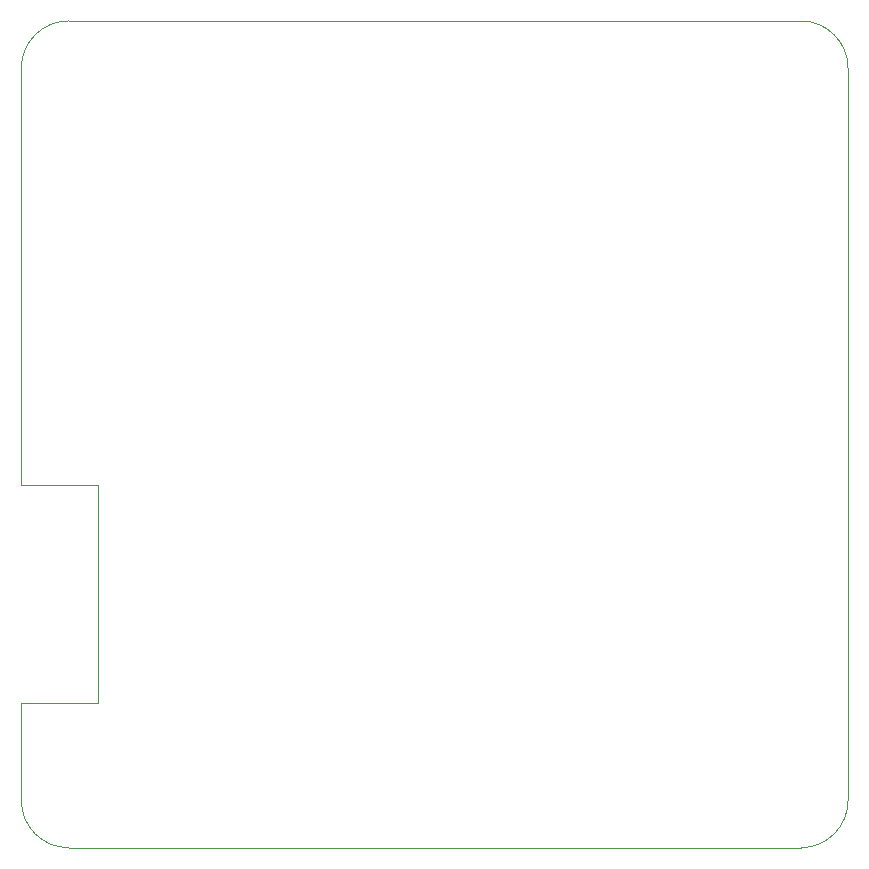
<source format=gbr>
%TF.GenerationSoftware,KiCad,Pcbnew,7.0.1*%
%TF.CreationDate,2023-04-30T16:49:33+02:00*%
%TF.ProjectId,Controller,436f6e74-726f-46c6-9c65-722e6b696361,rev?*%
%TF.SameCoordinates,Original*%
%TF.FileFunction,Profile,NP*%
%FSLAX46Y46*%
G04 Gerber Fmt 4.6, Leading zero omitted, Abs format (unit mm)*
G04 Created by KiCad (PCBNEW 7.0.1) date 2023-04-30 16:49:33*
%MOMM*%
%LPD*%
G01*
G04 APERTURE LIST*
%TA.AperFunction,Profile*%
%ADD10C,0.100000*%
%TD*%
G04 APERTURE END LIST*
D10*
X115330000Y-63905000D02*
X115330000Y-99155000D01*
X115330000Y-125905000D02*
X115330000Y-117655000D01*
X121830000Y-99155000D02*
X115330000Y-99155000D01*
X121830000Y-117655000D02*
X121830000Y-99155000D01*
X115330000Y-117655000D02*
X121830000Y-117655000D01*
X181330000Y-129905000D02*
G75*
G03*
X185330000Y-125905000I0J4000000D01*
G01*
X185330000Y-125905000D02*
X185330000Y-63905000D01*
X119330000Y-129905000D02*
X181330000Y-129905000D01*
X119330000Y-59905000D02*
G75*
G03*
X115330000Y-63905000I0J-4000000D01*
G01*
X185330000Y-63905000D02*
G75*
G03*
X181330000Y-59905000I-4000000J0D01*
G01*
X115330000Y-125905000D02*
G75*
G03*
X119330000Y-129905000I4000000J0D01*
G01*
X181330000Y-59905000D02*
X119330000Y-59905000D01*
M02*

</source>
